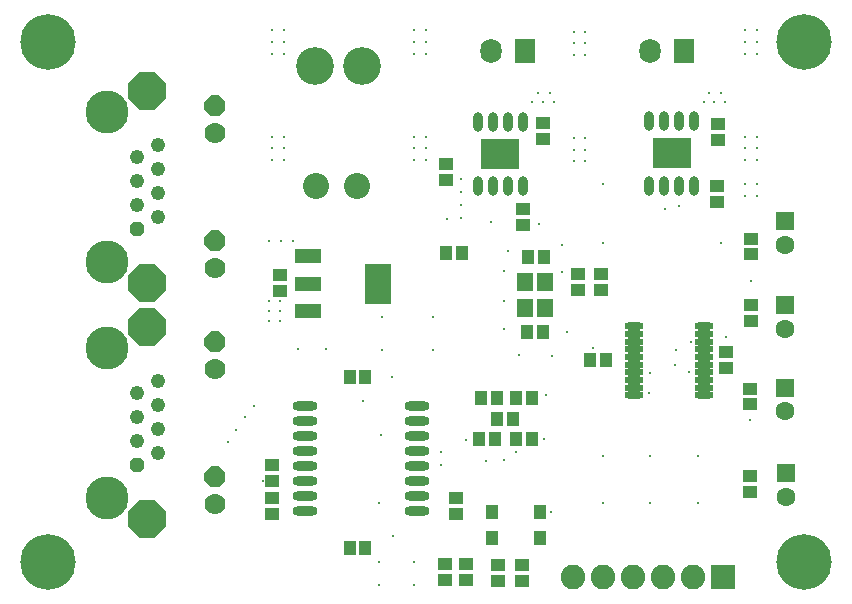
<source format=gts>
G04 Layer_Color=8388736*
%FSLAX25Y25*%
%MOIN*%
G70*
G01*
G75*
%ADD47R,0.03950X0.04540*%
%ADD48R,0.09068X0.13595*%
%ADD49R,0.09068X0.04737*%
%ADD50R,0.04540X0.04147*%
%ADD51O,0.06312X0.02572*%
%ADD52R,0.04540X0.03950*%
%ADD53R,0.13005X0.10249*%
%ADD54O,0.03162X0.06509*%
%ADD55R,0.04147X0.04540*%
%ADD56R,0.05524X0.06312*%
%ADD57R,0.04343X0.04737*%
%ADD58R,0.04737X0.04147*%
%ADD59O,0.08280X0.03162*%
%ADD60C,0.12611*%
%ADD61C,0.18516*%
%ADD62C,0.08200*%
%ADD63R,0.08200X0.08200*%
%ADD64C,0.04800*%
%ADD65P,0.13650X8X292.5*%
%ADD66C,0.14300*%
%ADD67C,0.07000*%
%ADD68P,0.07577X8X292.5*%
%ADD69P,0.05196X8X292.5*%
%ADD70C,0.08674*%
%ADD71C,0.06312*%
%ADD72R,0.06312X0.06312*%
%ADD73R,0.07099X0.08202*%
%ADD74O,0.07099X0.08202*%
%ADD75C,0.01200*%
%ADD76C,0.00787*%
D47*
X117618Y73344D02*
D03*
X112303D02*
D03*
X167815Y66258D02*
D03*
X173130D02*
D03*
X161319D02*
D03*
X156004D02*
D03*
X155610Y52872D02*
D03*
X160925D02*
D03*
X117618Y16258D02*
D03*
X112303D02*
D03*
X173130Y52872D02*
D03*
X167815D02*
D03*
X166831Y59565D02*
D03*
X161516D02*
D03*
D48*
X121843Y104588D02*
D03*
D49*
X98614Y95533D02*
D03*
Y104588D02*
D03*
Y113643D02*
D03*
D50*
X88976Y107382D02*
D03*
Y102067D02*
D03*
X237795Y76476D02*
D03*
Y81791D02*
D03*
X235039Y152362D02*
D03*
Y157677D02*
D03*
X176772Y152756D02*
D03*
Y158071D02*
D03*
X169685Y5332D02*
D03*
Y10647D02*
D03*
X86614Y33088D02*
D03*
Y27773D02*
D03*
X147638Y27773D02*
D03*
Y33088D02*
D03*
D51*
X207283Y90372D02*
D03*
Y87813D02*
D03*
Y85254D02*
D03*
Y82695D02*
D03*
Y80135D02*
D03*
Y77576D02*
D03*
Y75017D02*
D03*
Y72458D02*
D03*
Y69899D02*
D03*
Y67340D02*
D03*
X230512Y90372D02*
D03*
Y87813D02*
D03*
Y85254D02*
D03*
Y82695D02*
D03*
Y80135D02*
D03*
Y77576D02*
D03*
Y75017D02*
D03*
Y72458D02*
D03*
Y69899D02*
D03*
Y67340D02*
D03*
D52*
X245669Y35138D02*
D03*
Y40453D02*
D03*
Y69587D02*
D03*
Y64272D02*
D03*
X246063Y92224D02*
D03*
Y97539D02*
D03*
Y119587D02*
D03*
Y114272D02*
D03*
X144488Y139075D02*
D03*
Y144390D02*
D03*
X234685Y137108D02*
D03*
Y131793D02*
D03*
X169961Y129427D02*
D03*
Y124112D02*
D03*
X161799Y10765D02*
D03*
Y5450D02*
D03*
X151181Y11041D02*
D03*
Y5726D02*
D03*
X86614Y38895D02*
D03*
Y44210D02*
D03*
X188583Y107891D02*
D03*
Y102576D02*
D03*
X196063Y107891D02*
D03*
Y102576D02*
D03*
D53*
X219685Y147950D02*
D03*
X162461Y147769D02*
D03*
D54*
X227185Y158679D02*
D03*
X222185D02*
D03*
X217185D02*
D03*
X212185D02*
D03*
X227185Y137222D02*
D03*
X222185D02*
D03*
X217185D02*
D03*
X212185D02*
D03*
X169961Y158498D02*
D03*
X164961D02*
D03*
X159961D02*
D03*
X154961D02*
D03*
X169961Y137041D02*
D03*
X164961D02*
D03*
X159961D02*
D03*
X154961D02*
D03*
D55*
X177067Y113386D02*
D03*
X171752D02*
D03*
X171358Y88305D02*
D03*
X176673D02*
D03*
X149902Y114902D02*
D03*
X144587D02*
D03*
X192618Y79134D02*
D03*
X197933D02*
D03*
D56*
X177342Y105210D02*
D03*
X170650D02*
D03*
Y96549D02*
D03*
X177342D02*
D03*
D57*
X175787Y19801D02*
D03*
X159646D02*
D03*
X175787Y28462D02*
D03*
X159646D02*
D03*
D58*
X144095Y11139D02*
D03*
Y5628D02*
D03*
D59*
X97441Y63679D02*
D03*
Y58679D02*
D03*
Y53679D02*
D03*
Y48679D02*
D03*
Y43679D02*
D03*
Y38679D02*
D03*
Y33679D02*
D03*
Y28679D02*
D03*
X134843Y63679D02*
D03*
Y58679D02*
D03*
Y53679D02*
D03*
Y48679D02*
D03*
Y43679D02*
D03*
Y38679D02*
D03*
Y33679D02*
D03*
Y28679D02*
D03*
D60*
X116535Y177165D02*
D03*
X100787D02*
D03*
D61*
X11811Y185039D02*
D03*
Y11811D02*
D03*
X263779D02*
D03*
Y185039D02*
D03*
D62*
X186693Y6809D02*
D03*
X196693D02*
D03*
X206693D02*
D03*
X216693D02*
D03*
X226693D02*
D03*
D63*
X236693D02*
D03*
D64*
X48339Y126824D02*
D03*
Y134824D02*
D03*
Y142824D02*
D03*
Y150824D02*
D03*
X41339Y146824D02*
D03*
Y130824D02*
D03*
Y138824D02*
D03*
X48339Y47958D02*
D03*
Y55958D02*
D03*
Y63958D02*
D03*
Y71958D02*
D03*
X41339Y67958D02*
D03*
Y51958D02*
D03*
Y59958D02*
D03*
D65*
X44839Y168824D02*
D03*
Y104824D02*
D03*
Y89958D02*
D03*
Y25958D02*
D03*
D66*
X31339Y111824D02*
D03*
Y161824D02*
D03*
Y32958D02*
D03*
Y82958D02*
D03*
D67*
X67339Y109824D02*
D03*
Y154824D02*
D03*
Y30958D02*
D03*
Y75958D02*
D03*
D68*
Y118824D02*
D03*
Y163824D02*
D03*
Y39958D02*
D03*
Y84958D02*
D03*
D69*
X41339Y122824D02*
D03*
Y43958D02*
D03*
D70*
X100984Y137008D02*
D03*
X114764D02*
D03*
D71*
X257874Y33580D02*
D03*
X257480Y61927D02*
D03*
Y89486D02*
D03*
Y117439D02*
D03*
D72*
X257874Y41454D02*
D03*
X257480Y69801D02*
D03*
Y97360D02*
D03*
Y125313D02*
D03*
D73*
X223843Y182006D02*
D03*
X170693D02*
D03*
D74*
X212598D02*
D03*
X159449D02*
D03*
D75*
X88976Y92126D02*
D03*
X175591Y124409D02*
D03*
X149606Y126378D02*
D03*
X244094Y137795D02*
D03*
Y133858D02*
D03*
X149606Y130709D02*
D03*
X144882Y125984D02*
D03*
X149606Y139370D02*
D03*
X248031Y137795D02*
D03*
Y133858D02*
D03*
X236221Y118110D02*
D03*
X196850D02*
D03*
Y137795D02*
D03*
X228346Y31496D02*
D03*
Y47244D02*
D03*
X212598Y31496D02*
D03*
Y47244D02*
D03*
X196850D02*
D03*
Y31496D02*
D03*
X237795Y86614D02*
D03*
X220866Y77559D02*
D03*
X183071Y108268D02*
D03*
Y117323D02*
D03*
X184646Y88583D02*
D03*
X179921Y80315D02*
D03*
X168898Y80709D02*
D03*
X163779Y89370D02*
D03*
Y98819D02*
D03*
Y108661D02*
D03*
X149606Y135039D02*
D03*
X163779Y45669D02*
D03*
X177953Y67323D02*
D03*
X140157Y82284D02*
D03*
Y93307D02*
D03*
X116929Y65354D02*
D03*
X123228Y82284D02*
D03*
Y93307D02*
D03*
X95276Y82677D02*
D03*
X104331D02*
D03*
X122047Y31496D02*
D03*
X133858Y3937D02*
D03*
Y11811D02*
D03*
X122047D02*
D03*
Y3937D02*
D03*
X122835Y53937D02*
D03*
X126772Y20472D02*
D03*
X126378Y73344D02*
D03*
X85433Y92126D02*
D03*
Y95276D02*
D03*
Y98819D02*
D03*
Y118898D02*
D03*
X89370D02*
D03*
X93307D02*
D03*
X90551Y149606D02*
D03*
X86614D02*
D03*
X90551Y153543D02*
D03*
X86614D02*
D03*
Y145669D02*
D03*
X90551D02*
D03*
Y185039D02*
D03*
X86614D02*
D03*
X90551Y188976D02*
D03*
X86614D02*
D03*
Y181102D02*
D03*
X90551D02*
D03*
X137795Y149606D02*
D03*
X133858D02*
D03*
X137795Y153543D02*
D03*
X133858D02*
D03*
Y145669D02*
D03*
X137795D02*
D03*
X244094Y188976D02*
D03*
X248031D02*
D03*
Y185039D02*
D03*
X244094D02*
D03*
Y181102D02*
D03*
X248031D02*
D03*
Y153543D02*
D03*
X244094D02*
D03*
Y149606D02*
D03*
X248031D02*
D03*
Y145669D02*
D03*
X244094D02*
D03*
X190945Y145276D02*
D03*
X187008D02*
D03*
Y149213D02*
D03*
X190945D02*
D03*
Y153150D02*
D03*
X187008D02*
D03*
X187008Y180709D02*
D03*
X190945D02*
D03*
X187008Y184646D02*
D03*
X190945D02*
D03*
Y188583D02*
D03*
X187008D02*
D03*
X137795Y181102D02*
D03*
X133858D02*
D03*
Y188976D02*
D03*
X137795D02*
D03*
X133858Y185039D02*
D03*
X137795D02*
D03*
X88976Y95276D02*
D03*
Y98819D02*
D03*
X217323Y129528D02*
D03*
X230315Y164961D02*
D03*
X237402D02*
D03*
X233858D02*
D03*
X232283Y168110D02*
D03*
X236221D02*
D03*
X179134D02*
D03*
X175197D02*
D03*
X176772Y164961D02*
D03*
X180315D02*
D03*
X173228D02*
D03*
X222047Y130315D02*
D03*
X226198Y85254D02*
D03*
X221260Y82284D02*
D03*
X193307Y83071D02*
D03*
X179528Y28346D02*
D03*
X159449Y125197D02*
D03*
X164961Y115354D02*
D03*
X212205Y68110D02*
D03*
X212598Y74803D02*
D03*
X245669Y59055D02*
D03*
X246063Y105512D02*
D03*
X225590Y75197D02*
D03*
X177165Y52872D02*
D03*
X151181Y52478D02*
D03*
X167717Y48541D02*
D03*
X142913D02*
D03*
X157874Y45391D02*
D03*
X142913Y44210D02*
D03*
X83465Y38698D02*
D03*
X80315Y63895D02*
D03*
X77559Y59958D02*
D03*
X74410Y55628D02*
D03*
X71652Y51691D02*
D03*
D76*
X224016Y150116D02*
D03*
Y145785D02*
D03*
X219685Y150116D02*
D03*
Y145785D02*
D03*
X215354Y150116D02*
D03*
Y145785D02*
D03*
X166791Y149935D02*
D03*
Y145604D02*
D03*
X162461Y149935D02*
D03*
Y145604D02*
D03*
X158130Y149935D02*
D03*
Y145604D02*
D03*
M02*

</source>
